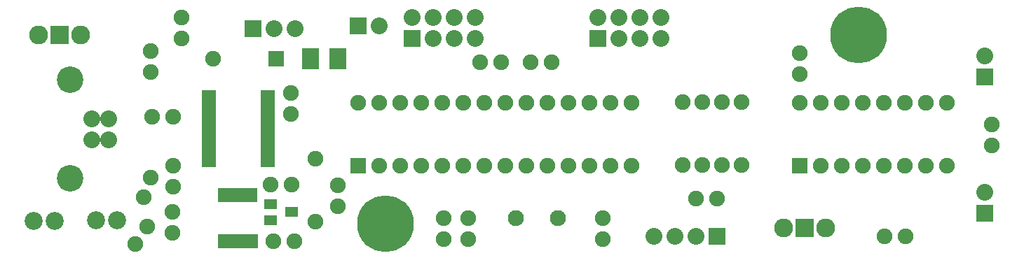
<source format=gts>
G04 (created by PCBNEW-RS274X (2012-01-19 BZR 3256)-stable) date 12/31/2013 12:52:30 PM*
G01*
G70*
G90*
%MOIN*%
G04 Gerber Fmt 3.4, Leading zero omitted, Abs format*
%FSLAX34Y34*%
G04 APERTURE LIST*
%ADD10C,0.006000*%
%ADD11R,0.031800X0.071200*%
%ADD12R,0.070000X0.036000*%
%ADD13R,0.059400X0.047600*%
%ADD14R,0.080000X0.100000*%
%ADD15C,0.075000*%
%ADD16R,0.080000X0.080000*%
%ADD17C,0.080000*%
%ADD18C,0.086000*%
%ADD19C,0.076000*%
%ADD20R,0.075000X0.075000*%
%ADD21C,0.090000*%
%ADD22R,0.090000X0.090000*%
%ADD23C,0.126300*%
%ADD24C,0.270000*%
G04 APERTURE END LIST*
G54D10*
G54D11*
X47760Y-44140D03*
X47510Y-44140D03*
X47250Y-44140D03*
X47000Y-44140D03*
X46740Y-44140D03*
X46485Y-44140D03*
X46230Y-44140D03*
X46230Y-46340D03*
X46485Y-46340D03*
X46740Y-46340D03*
X47000Y-46340D03*
X47255Y-46340D03*
X47510Y-46340D03*
X47765Y-46340D03*
G54D12*
X48400Y-42650D03*
X48400Y-42400D03*
X48400Y-42140D03*
X48400Y-41880D03*
X48400Y-41630D03*
X48400Y-41370D03*
X48400Y-41110D03*
X48400Y-40860D03*
X48400Y-40600D03*
X48400Y-40350D03*
X48400Y-40090D03*
X48400Y-39830D03*
X48400Y-39580D03*
X48400Y-39320D03*
X45600Y-39320D03*
X45600Y-39580D03*
X45600Y-39820D03*
X45600Y-40090D03*
X45600Y-40350D03*
X45600Y-40600D03*
X45600Y-40860D03*
X45600Y-41110D03*
X45600Y-41370D03*
X45600Y-41630D03*
X45600Y-41880D03*
X45600Y-42140D03*
X45600Y-42400D03*
X45600Y-42650D03*
G54D13*
X49550Y-44960D03*
X48550Y-45335D03*
X48550Y-44585D03*
G54D14*
X50450Y-37660D03*
X51750Y-37660D03*
G54D15*
X70000Y-39710D03*
X70000Y-42710D03*
X50690Y-42400D03*
X50690Y-45400D03*
X69070Y-39710D03*
X69070Y-42710D03*
X68140Y-39710D03*
X68140Y-42710D03*
X70950Y-39710D03*
X70950Y-42710D03*
G54D16*
X47720Y-36200D03*
G54D17*
X48720Y-36200D03*
X49720Y-36200D03*
G54D16*
X82500Y-38500D03*
G54D17*
X82500Y-37500D03*
G54D16*
X82500Y-45000D03*
G54D17*
X82500Y-44000D03*
G54D16*
X52730Y-36080D03*
G54D17*
X53730Y-36080D03*
G54D18*
X40240Y-45360D03*
X41240Y-45360D03*
X37270Y-45370D03*
X38270Y-45370D03*
G54D19*
X62200Y-45250D03*
X60200Y-45250D03*
G54D15*
X53700Y-42750D03*
X54700Y-42750D03*
X55700Y-42750D03*
X56700Y-42750D03*
X57700Y-42750D03*
X58700Y-42750D03*
X59700Y-42750D03*
X60700Y-42750D03*
X61700Y-42750D03*
X62700Y-42750D03*
X63700Y-42750D03*
X64700Y-42750D03*
X65700Y-42750D03*
G54D20*
X52700Y-42750D03*
G54D15*
X65700Y-39750D03*
X64700Y-39750D03*
X63700Y-39750D03*
X62700Y-39750D03*
X61700Y-39750D03*
X60700Y-39750D03*
X59700Y-39750D03*
X58700Y-39750D03*
X57700Y-39750D03*
X56700Y-39750D03*
X55700Y-39750D03*
X54700Y-39750D03*
X53700Y-39750D03*
X52700Y-39750D03*
G54D20*
X73700Y-42750D03*
G54D15*
X74700Y-42750D03*
X75700Y-42750D03*
X76700Y-42750D03*
X77700Y-42750D03*
X78700Y-42750D03*
X79700Y-42750D03*
X80700Y-42750D03*
X80700Y-39750D03*
X79700Y-39750D03*
X78700Y-39750D03*
X77700Y-39750D03*
X76700Y-39750D03*
X75700Y-39750D03*
X74700Y-39750D03*
X73700Y-39750D03*
G54D20*
X48830Y-37660D03*
G54D15*
X45830Y-37660D03*
X49520Y-40280D03*
X49520Y-39280D03*
X43900Y-40420D03*
X42900Y-40420D03*
X43900Y-43760D03*
X43900Y-42760D03*
X59500Y-37800D03*
X58500Y-37800D03*
X56780Y-45260D03*
X56780Y-46260D03*
X60900Y-37800D03*
X61900Y-37800D03*
X57940Y-45250D03*
X57940Y-46250D03*
X64360Y-45250D03*
X64360Y-46250D03*
X42850Y-38290D03*
X42850Y-37290D03*
X44310Y-35690D03*
X44310Y-36690D03*
X73700Y-38370D03*
X73700Y-37370D03*
X48550Y-43660D03*
X49550Y-43660D03*
X49690Y-46340D03*
X48690Y-46340D03*
X43890Y-45950D03*
X43890Y-44950D03*
G54D21*
X37500Y-36500D03*
G54D22*
X38500Y-36500D03*
G54D21*
X39500Y-36500D03*
G54D15*
X42519Y-44250D03*
X42861Y-43310D03*
X42677Y-45660D03*
X42103Y-46480D03*
X82840Y-40790D03*
X82840Y-41790D03*
G54D16*
X55280Y-36680D03*
G54D17*
X55280Y-35680D03*
X56280Y-36680D03*
X56280Y-35680D03*
X57280Y-36680D03*
X57280Y-35680D03*
X58280Y-36680D03*
X58280Y-35680D03*
G54D16*
X64110Y-36680D03*
G54D17*
X64110Y-35680D03*
X65110Y-36680D03*
X65110Y-35680D03*
X66110Y-36680D03*
X66110Y-35680D03*
X67110Y-36680D03*
X67110Y-35680D03*
G54D16*
X69780Y-46120D03*
G54D17*
X68780Y-46120D03*
X67780Y-46120D03*
X66780Y-46120D03*
G54D21*
X74950Y-45700D03*
G54D22*
X73950Y-45700D03*
G54D21*
X72950Y-45700D03*
G54D15*
X77740Y-46110D03*
X78740Y-46110D03*
X69780Y-44320D03*
X68780Y-44320D03*
G54D17*
X40850Y-41500D03*
X40850Y-40500D03*
X40063Y-40500D03*
X40063Y-41500D03*
G54D23*
X39000Y-43362D03*
X39000Y-38638D03*
G54D24*
X54000Y-45500D03*
X76500Y-36500D03*
G54D15*
X51740Y-44690D03*
X51740Y-43690D03*
M02*

</source>
